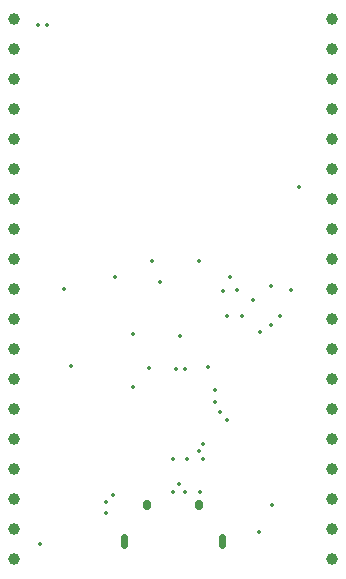
<source format=gbr>
%TF.GenerationSoftware,KiCad,Pcbnew,9.0.5*%
%TF.CreationDate,2025-10-26T01:34:35+08:00*%
%TF.ProjectId,KiCAD_Proj (ESP32),4b694341-445f-4507-926f-6a2028455350,rev?*%
%TF.SameCoordinates,Original*%
%TF.FileFunction,Plated,1,4,PTH,Mixed*%
%TF.FilePolarity,Positive*%
%FSLAX46Y46*%
G04 Gerber Fmt 4.6, Leading zero omitted, Abs format (unit mm)*
G04 Created by KiCad (PCBNEW 9.0.5) date 2025-10-26 01:34:35*
%MOMM*%
%LPD*%
G01*
G04 APERTURE LIST*
%TA.AperFunction,ViaDrill*%
%ADD10C,0.350000*%
%TD*%
G04 aperture for slot hole*
%TA.AperFunction,ComponentDrill*%
%ADD11C,0.600000*%
%TD*%
G04 aperture for slot hole*
%TA.AperFunction,ComponentDrill*%
%ADD12C,0.650000*%
%TD*%
%TA.AperFunction,ComponentDrill*%
%ADD13C,1.000000*%
%TD*%
G04 APERTURE END LIST*
D10*
X135890000Y-75438000D03*
X136017000Y-119380000D03*
X136652000Y-75438000D03*
X138049000Y-97790000D03*
X138684000Y-104267000D03*
X141605000Y-115824000D03*
X141605000Y-116713000D03*
X142240000Y-115189000D03*
X142367000Y-96774000D03*
X143891000Y-101600000D03*
X143891000Y-106045000D03*
X145224500Y-104457500D03*
X145542000Y-95377000D03*
X146177000Y-97155000D03*
X147299000Y-114956000D03*
X147320000Y-112141000D03*
X147574000Y-104521000D03*
X147828000Y-114300000D03*
X147845000Y-101710000D03*
X148336000Y-104521000D03*
X148336000Y-114935000D03*
X148463000Y-112141000D03*
X149479000Y-95377000D03*
X149479000Y-111506000D03*
X149606000Y-114935000D03*
X149860000Y-110871000D03*
X149860000Y-112141000D03*
X150241000Y-104394000D03*
X150876000Y-106299000D03*
X150876000Y-107315000D03*
X151265000Y-108212000D03*
X151511000Y-97917000D03*
X151892000Y-100076000D03*
X151892000Y-108839000D03*
X152146000Y-96774000D03*
X152692000Y-97828000D03*
X153162000Y-100076000D03*
X154051000Y-98679000D03*
X154559000Y-118364000D03*
X154618000Y-101405000D03*
X155575000Y-97536000D03*
X155575000Y-100838000D03*
X155702000Y-116078000D03*
X156337000Y-100076000D03*
X157289500Y-97853500D03*
X157935000Y-89101000D03*
D11*
%TO.C,J1*%
X143124000Y-119428000D02*
X143124000Y-118728000D01*
X151474000Y-119428000D02*
X151474000Y-118728000D01*
D12*
X145074000Y-116178000D02*
X145074000Y-115978000D01*
X149524000Y-116178000D02*
X149524000Y-115978000D01*
D13*
%TO.C,J2*%
X133837000Y-74930000D03*
X133837000Y-77470000D03*
X133837000Y-80010000D03*
X133837000Y-82550000D03*
X133837000Y-85090000D03*
X133837000Y-87630000D03*
X133837000Y-90170000D03*
X133837000Y-92710000D03*
X133837000Y-95250000D03*
X133837000Y-97790000D03*
X133837000Y-100330000D03*
X133837000Y-102870000D03*
X133837000Y-105410000D03*
X133837000Y-107950000D03*
X133837000Y-110490000D03*
X133837000Y-113030000D03*
X133837000Y-115570000D03*
X133837000Y-118110000D03*
X133837000Y-120650000D03*
%TO.C,J3*%
X160761000Y-74930000D03*
X160761000Y-77470000D03*
X160761000Y-80010000D03*
X160761000Y-82550000D03*
X160761000Y-85090000D03*
X160761000Y-87630000D03*
X160761000Y-90170000D03*
X160761000Y-92710000D03*
X160761000Y-95250000D03*
X160761000Y-97790000D03*
X160761000Y-100330000D03*
X160761000Y-102870000D03*
X160761000Y-105410000D03*
X160761000Y-107950000D03*
X160761000Y-110490000D03*
X160761000Y-113030000D03*
X160761000Y-115570000D03*
X160761000Y-118110000D03*
X160761000Y-120650000D03*
M02*

</source>
